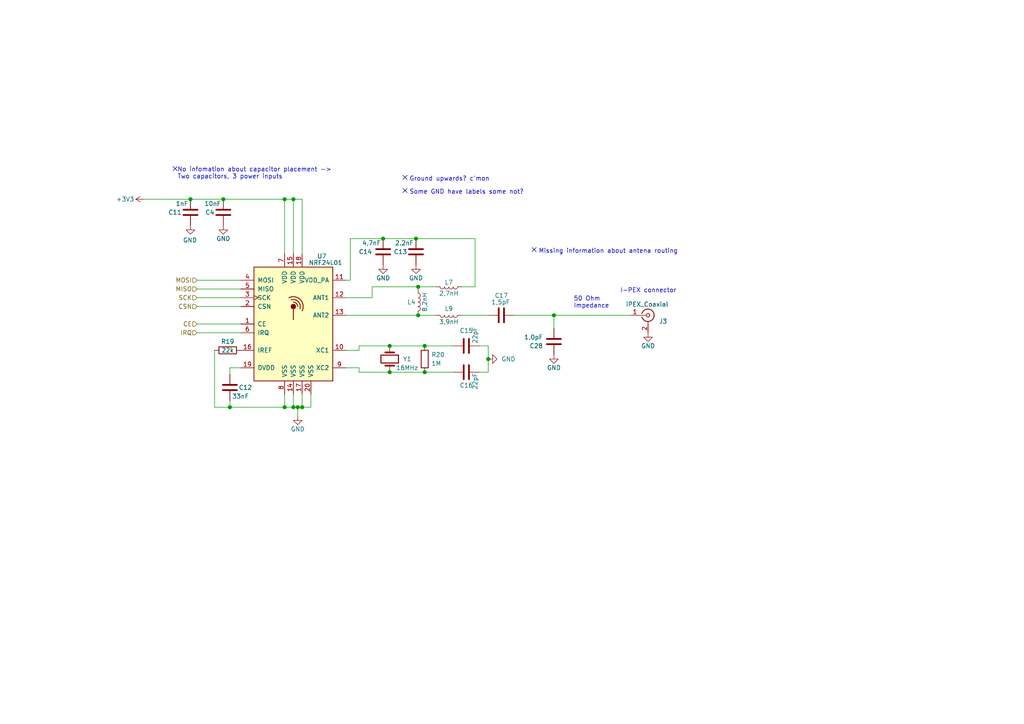
<source format=kicad_sch>
(kicad_sch (version 20210621) (generator eeschema)
  (paper "A4")
  (lib_symbols
    (symbol "Connector:Conn_Coaxial" (pin_names (offset 1.016) hide)
      (property "Reference" "J" (at 0.254 3.048 0))
      (property "Value" "Conn_Coaxial" (at 2.921 0 90))
      (symbol "Conn_Coaxial_0_1"
        (arc (start -1.778 0.508) (end 1.778 0) (radius (at -0.0508 0) (length 1.8034) (angles 163.6 0)) (stroke (width 0.254)))
        (arc (start 1.778 0) (end -1.778 -0.508) (radius (at -0.0254 0) (length 1.8034) (angles 0 -163.8)) (stroke (width 0.254)))
        (circle (center 0 0) (radius 0.508) (stroke (width 0.2032)))
        (polyline (pts (xy -2.54 0) (xy -0.508 0)))
        (polyline (pts (xy 0 -2.54) (xy 0 -1.778)))
      )
      (symbol "Conn_Coaxial_1_1"
        (pin passive line (at -5.08 0 0) (length 2.54) (name "In") (number "1"))
        (pin passive line (at 0 -5.08 90) (length 2.54) (name "Ext") (number "2"))
      )
    )
    (symbol "Device:C" (pin_numbers hide) (pin_names (offset 0.254))
      (property "Reference" "C" (at 0.635 2.54 0))
      (property "Value" "C" (at 0.635 -2.54 0))
      (symbol "C_0_1"
        (polyline (pts (xy -2.032 -0.762) (xy 2.032 -0.762)) (stroke (width 0.508)))
        (polyline (pts (xy -2.032 0.762) (xy 2.032 0.762)) (stroke (width 0.508)))
      )
      (symbol "C_1_1"
        (pin passive line (at 0 3.81 270) (length 2.794) (name "~") (number "1"))
        (pin passive line (at 0 -3.81 90) (length 2.794) (name "~") (number "2"))
      )
    )
    (symbol "Device:Crystal" (pin_numbers hide) (pin_names (offset 1.016) hide)
      (property "Reference" "Y" (at 0 3.81 0))
      (property "Value" "Crystal" (at 0 -3.81 0))
      (symbol "Crystal_0_1"
        (rectangle (start -1.143 2.54) (end 1.143 -2.54) (stroke (width 0.3048)))
        (polyline (pts (xy -2.54 0) (xy -1.905 0)))
        (polyline (pts (xy -1.905 -1.27) (xy -1.905 1.27)) (stroke (width 0.508)))
        (polyline (pts (xy 1.905 -1.27) (xy 1.905 1.27)) (stroke (width 0.508)))
        (polyline (pts (xy 2.54 0) (xy 1.905 0)))
      )
      (symbol "Crystal_1_1"
        (pin passive line (at -3.81 0 0) (length 1.27) (name "1") (number "1"))
        (pin passive line (at 3.81 0 180) (length 1.27) (name "2") (number "2"))
      )
    )
    (symbol "Device:L" (pin_numbers hide) (pin_names (offset 1.016) hide)
      (property "Reference" "L" (at -1.27 0 90))
      (property "Value" "L" (at 1.905 0 90))
      (symbol "L_0_1"
        (arc (start 0 -2.54) (end 0 -1.27) (radius (at 0 -1.905) (length 0.635) (angles -89.9 89.9)))
        (arc (start 0 -1.27) (end 0 0) (radius (at 0 -0.635) (length 0.635) (angles -89.9 89.9)))
        (arc (start 0 0) (end 0 1.27) (radius (at 0 0.635) (length 0.635) (angles -89.9 89.9)))
        (arc (start 0 1.27) (end 0 2.54) (radius (at 0 1.905) (length 0.635) (angles -89.9 89.9)))
      )
      (symbol "L_1_1"
        (pin passive line (at 0 3.81 270) (length 1.27) (name "1") (number "1"))
        (pin passive line (at 0 -3.81 90) (length 1.27) (name "2") (number "2"))
      )
    )
    (symbol "Device:R" (pin_numbers hide) (pin_names (offset 0))
      (property "Reference" "R" (at 2.032 0 90))
      (property "Value" "R" (at 0 0 90))
      (symbol "R_0_1"
        (rectangle (start -1.016 -2.54) (end 1.016 2.54) (stroke (width 0.254)))
      )
      (symbol "R_1_1"
        (pin passive line (at 0 3.81 270) (length 1.27) (name "~") (number "1"))
        (pin passive line (at 0 -3.81 90) (length 1.27) (name "~") (number "2"))
      )
    )
    (symbol "RF:NRF24L01" (pin_names (offset 1.016))
      (property "Reference" "U" (at -11.43 17.78 0))
      (property "Value" "NRF24L01" (at 5.08 17.78 0))
      (symbol "NRF24L01_0_1"
        (arc (start -1.27 7.62) (end 2.54 3.81) (radius (at 0 5.08) (length 2.8448) (angles 116.6 -26.6)) (stroke (width 0.254)))
        (arc (start 0 6.35) (end 1.27 5.08) (radius (at 0 5.1054) (length 1.2446) (angles 90 -1.1)) (stroke (width 0.254)))
        (arc (start -0.635 6.985) (end 1.905 4.445) (radius (at 0 5.1054) (length 1.9812) (angles 108.7 -19.1)) (stroke (width 0.254)))
        (circle (center 0 5.08) (radius 0.635) (stroke (width 0.254)) (fill (type outline)))
        (rectangle (start 11.43 -13.97) (end 11.43 -13.97))
        (rectangle (start -11.43 16.51) (end 11.43 -16.51) (stroke (width 0.254)) (fill (type background)))
        (polyline (pts (xy 0 4.445) (xy 0 1.27)) (stroke (width 0.254)))
      )
      (symbol "NRF24L01_1_1"
        (pin input line (at -15.24 0 0) (length 3.81) (name "CE") (number "1"))
        (pin passive line (at 15.24 -7.62 180) (length 3.81) (name "XC1") (number "10"))
        (pin power_out line (at 15.24 12.7 180) (length 3.81) (name "VDD_PA") (number "11"))
        (pin passive line (at 15.24 7.62 180) (length 3.81) (name "ANT1") (number "12"))
        (pin passive line (at 15.24 2.54 180) (length 3.81) (name "ANT2") (number "13"))
        (pin power_in line (at 0 -20.32 90) (length 3.81) (name "VSS") (number "14"))
        (pin power_in line (at 0 20.32 270) (length 3.81) (name "VDD") (number "15"))
        (pin passive line (at -15.24 -7.62 0) (length 3.81) (name "IREF") (number "16"))
        (pin power_in line (at 2.54 -20.32 90) (length 3.81) (name "VSS") (number "17"))
        (pin power_in line (at 2.54 20.32 270) (length 3.81) (name "VDD") (number "18"))
        (pin power_out line (at -15.24 -12.7 0) (length 3.81) (name "DVDD") (number "19"))
        (pin input line (at -15.24 5.08 0) (length 3.81) (name "CSN") (number "2"))
        (pin power_in line (at 5.08 -20.32 90) (length 3.81) (name "VSS") (number "20"))
        (pin input clock (at -15.24 7.62 0) (length 3.81) (name "SCK") (number "3"))
        (pin input line (at -15.24 12.7 0) (length 3.81) (name "MOSI") (number "4"))
        (pin output line (at -15.24 10.16 0) (length 3.81) (name "MISO") (number "5"))
        (pin output line (at -15.24 -2.54 0) (length 3.81) (name "IRQ") (number "6"))
        (pin power_in line (at -2.54 20.32 270) (length 3.81) (name "VDD") (number "7"))
        (pin power_in line (at -2.54 -20.32 90) (length 3.81) (name "VSS") (number "8"))
        (pin passive line (at 15.24 -12.7 180) (length 3.81) (name "XC2") (number "9"))
      )
    )
    (symbol "power:+3V3" (power) (pin_names (offset 0))
      (property "Value" "+3V3" (at 0 3.556 0))
      (symbol "+3V3_0_1"
        (polyline (pts (xy -0.762 1.27) (xy 0 2.54)))
        (polyline (pts (xy 0 0) (xy 0 2.54)))
        (polyline (pts (xy 0 2.54) (xy 0.762 1.27)))
      )
      (symbol "+3V3_1_1"
        (pin power_in line (at 0 0 90) (length 0) hide (name "+3V3") (number "1"))
      )
    )
    (symbol "power:GND" (power) (pin_names (offset 0))
      (property "Value" "GND" (at 0 -3.81 0))
      (symbol "GND_0_1"
        (polyline (pts (xy 0 0) (xy 0 -1.27) (xy 1.27 -1.27) (xy 0 -2.54) (xy -1.27 -1.27) (xy 0 -1.27)))
      )
      (symbol "GND_1_1"
        (pin power_in line (at 0 0 270) (length 0) hide (name "GND") (number "1"))
      )
    )
  )
  (junction (at 55.245 57.785) (diameter 1.016))
  (junction (at 64.77 57.785) (diameter 1.016))
  (junction (at 66.675 118.11) (diameter 1.016))
  (junction (at 82.55 57.785) (diameter 1.016))
  (junction (at 82.55 118.11) (diameter 1.016))
  (junction (at 85.09 57.785) (diameter 1.016))
  (junction (at 85.09 118.11) (diameter 1.016))
  (junction (at 86.36 118.11) (diameter 1.016))
  (junction (at 87.63 118.11) (diameter 1.016))
  (junction (at 111.125 69.215) (diameter 1.016))
  (junction (at 113.03 100.33) (diameter 1.016))
  (junction (at 113.03 107.95) (diameter 1.016))
  (junction (at 120.65 69.215) (diameter 1.016))
  (junction (at 121.285 83.185) (diameter 1.016))
  (junction (at 121.285 91.44) (diameter 1.016))
  (junction (at 123.19 100.33) (diameter 1.016))
  (junction (at 123.19 107.95) (diameter 1.016))
  (junction (at 141.605 104.14) (diameter 1.016))
  (junction (at 160.655 91.44) (diameter 1.016))
  (no_connect (at 50.8 48.895))
  (no_connect (at 117.475 51.435))
  (no_connect (at 117.475 55.245))
  (no_connect (at 154.94 72.39))
  (wire (pts (xy 41.91 57.785) (xy 55.245 57.785)))
  (wire (pts (xy 55.245 57.785) (xy 64.77 57.785)))
  (wire (pts (xy 57.15 81.28) (xy 69.85 81.28)))
  (wire (pts (xy 57.15 83.82) (xy 69.85 83.82)))
  (wire (pts (xy 57.15 86.36) (xy 69.85 86.36)))
  (wire (pts (xy 57.15 88.9) (xy 69.85 88.9)))
  (wire (pts (xy 57.15 93.98) (xy 69.85 93.98)))
  (wire (pts (xy 57.15 96.52) (xy 69.85 96.52)))
  (wire (pts (xy 62.23 118.11) (xy 62.23 101.6)))
  (wire (pts (xy 64.77 57.785) (xy 82.55 57.785)))
  (wire (pts (xy 66.675 106.68) (xy 69.85 106.68)))
  (wire (pts (xy 66.675 108.585) (xy 66.675 106.68)))
  (wire (pts (xy 66.675 116.205) (xy 66.675 118.11)))
  (wire (pts (xy 66.675 118.11) (xy 62.23 118.11)))
  (wire (pts (xy 66.675 118.11) (xy 82.55 118.11)))
  (wire (pts (xy 82.55 57.785) (xy 82.55 73.66)))
  (wire (pts (xy 82.55 57.785) (xy 85.09 57.785)))
  (wire (pts (xy 82.55 114.3) (xy 82.55 118.11)))
  (wire (pts (xy 82.55 118.11) (xy 85.09 118.11)))
  (wire (pts (xy 85.09 57.785) (xy 85.09 73.66)))
  (wire (pts (xy 85.09 57.785) (xy 87.63 57.785)))
  (wire (pts (xy 85.09 114.3) (xy 85.09 118.11)))
  (wire (pts (xy 85.09 118.11) (xy 86.36 118.11)))
  (wire (pts (xy 86.36 118.11) (xy 87.63 118.11)))
  (wire (pts (xy 86.36 120.65) (xy 86.36 118.11)))
  (wire (pts (xy 87.63 57.785) (xy 87.63 73.66)))
  (wire (pts (xy 87.63 114.3) (xy 87.63 118.11)))
  (wire (pts (xy 87.63 118.11) (xy 90.17 118.11)))
  (wire (pts (xy 90.17 118.11) (xy 90.17 114.3)))
  (wire (pts (xy 100.33 81.28) (xy 101.6 81.28)))
  (wire (pts (xy 100.33 86.36) (xy 107.95 86.36)))
  (wire (pts (xy 100.33 91.44) (xy 121.285 91.44)))
  (wire (pts (xy 101.6 69.215) (xy 101.6 81.28)))
  (wire (pts (xy 104.14 100.33) (xy 104.14 101.6)))
  (wire (pts (xy 104.14 100.33) (xy 113.03 100.33)))
  (wire (pts (xy 104.14 101.6) (xy 100.33 101.6)))
  (wire (pts (xy 104.14 106.68) (xy 100.33 106.68)))
  (wire (pts (xy 104.14 107.95) (xy 104.14 106.68)))
  (wire (pts (xy 104.14 107.95) (xy 113.03 107.95)))
  (wire (pts (xy 107.95 83.185) (xy 121.285 83.185)))
  (wire (pts (xy 107.95 86.36) (xy 107.95 83.185)))
  (wire (pts (xy 111.125 69.215) (xy 101.6 69.215)))
  (wire (pts (xy 120.65 69.215) (xy 111.125 69.215)))
  (wire (pts (xy 121.285 83.185) (xy 121.285 83.82)))
  (wire (pts (xy 121.285 91.44) (xy 126.365 91.44)))
  (wire (pts (xy 123.19 100.33) (xy 113.03 100.33)))
  (wire (pts (xy 123.19 100.33) (xy 131.445 100.33)))
  (wire (pts (xy 123.19 107.95) (xy 113.03 107.95)))
  (wire (pts (xy 123.19 107.95) (xy 131.445 107.95)))
  (wire (pts (xy 126.365 83.185) (xy 121.285 83.185)))
  (wire (pts (xy 133.985 83.185) (xy 137.795 83.185)))
  (wire (pts (xy 133.985 91.44) (xy 141.605 91.44)))
  (wire (pts (xy 137.795 69.215) (xy 120.65 69.215)))
  (wire (pts (xy 137.795 69.215) (xy 137.795 83.185)))
  (wire (pts (xy 139.065 100.33) (xy 141.605 100.33)))
  (wire (pts (xy 141.605 100.33) (xy 141.605 104.14)))
  (wire (pts (xy 141.605 104.14) (xy 141.605 107.95)))
  (wire (pts (xy 141.605 107.95) (xy 139.065 107.95)))
  (wire (pts (xy 149.225 91.44) (xy 160.655 91.44)))
  (wire (pts (xy 160.655 91.44) (xy 160.655 95.25)))
  (wire (pts (xy 160.655 91.44) (xy 182.88 91.44)))
  (text "No infomation about capacitor placement ->\nTwo capacitors, 3 power inputs\n" (at 51.435 52.07 0) (effects (font (size 1.27 1.27)) (justify left bottom)))
  (text "Ground upwards? c'mon" (at 118.745 52.705 0) (effects (font (size 1.27 1.27)) (justify left bottom)))
  (text "Some GND have labels some not?" (at 118.745 56.515 0) (effects (font (size 1.27 1.27)) (justify left bottom)))
  (text "Missing information about antena routing" (at 156.21 73.66 0) (effects (font (size 1.27 1.27)) (justify left bottom)))
  (text "50 Ohm\nImpedance" (at 166.37 89.535 0) (effects (font (size 1.27 1.27)) (justify left bottom)))
  (text "I-PEX connector\n" (at 196.215 85.09 180) (effects (font (size 1.27 1.27)) (justify right bottom)))
  (hierarchical_label "MOSI" (shape input) (at 57.15 81.28 180))
  (hierarchical_label "MISO" (shape input) (at 57.15 83.82 180))
  (hierarchical_label "SCK" (shape input) (at 57.15 86.36 180))
  (hierarchical_label "CSN" (shape input) (at 57.15 88.9 180))
  (hierarchical_label "CE" (shape input) (at 57.15 93.98 180))
  (hierarchical_label "IRQ" (shape input) (at 57.15 96.52 180))
  (symbol (lib_id "power:+3V3") (at 41.91 57.785 90) (unit 1)
    (property "Reference" "#PWR0153" (effects hide))
    (property "Value" "+3V3" (at 33.655 57.7849 90) (effects (justify right)))
  )
  (symbol (lib_id "power:GND") (at 55.245 65.405 0) (unit 1)
    (property "Reference" "#PWR0154" (effects hide))
    (property "Value" "GND" (at 57.15 69.6596 0) (effects (justify right)))
  )
  (symbol (lib_id "power:GND") (at 64.77 65.405 0) (unit 1)
    (property "Reference" "#PWR0110" (effects hide))
    (property "Value" "GND" (at 64.77 69.215 0))
  )
  (symbol (lib_id "power:GND") (at 86.36 120.65 0) (unit 1)
    (property "Reference" "#PWR0109" (effects hide))
    (property "Value" "GND" (at 86.36 124.46 0))
  )
  (symbol (lib_id "power:GND") (at 111.125 76.835 0) (unit 1)
    (property "Reference" "#PWR0155" (effects hide))
    (property "Value" "GND" (at 111.125 80.645 0))
  )
  (symbol (lib_id "power:GND") (at 120.65 76.835 0) (unit 1)
    (property "Reference" "#PWR0115" (effects hide))
    (property "Value" "GND" (at 120.65 80.645 0))
  )
  (symbol (lib_id "power:GND") (at 141.605 104.14 90) (unit 1)
    (property "Reference" "#PWR0113" (effects hide))
    (property "Value" "GND" (at 145.415 104.1399 90) (effects (justify right)))
  )
  (symbol (lib_id "power:GND") (at 160.655 102.87 0) (unit 1)
    (property "Reference" "#PWR0156" (effects hide))
    (property "Value" "GND" (at 160.655 106.68 0))
  )
  (symbol (lib_id "power:GND") (at 187.96 96.52 0) (unit 1)
    (property "Reference" "#PWR0143" (effects hide))
    (property "Value" "~" (at 187.96 100.33 0))
  )
  (symbol (lib_id "Device:L") (at 121.285 87.63 0) (unit 1)
    (property "Reference" "L4" (at 118.11 87.6299 0) (effects (justify left)))
    (property "Value" "8,2nH" (at 123.19 87.63 90))
  )
  (symbol (lib_id "Device:L") (at 130.175 83.185 270) (unit 1)
    (property "Reference" "L7" (at 130.175 81.915 90))
    (property "Value" "2,7nH" (at 130.175 85.09 90))
  )
  (symbol (lib_id "Device:L") (at 130.175 91.44 270) (unit 1)
    (property "Reference" "L9" (at 130.175 89.535 90))
    (property "Value" "3,9nH" (at 130.175 93.345 90))
  )
  (symbol (lib_id "Device:R") (at 66.04 101.6 90) (unit 1)
    (property "Reference" "R19" (at 66.04 99.06 90))
    (property "Value" "22k" (at 66.04 101.6 90))
    (property "Footprint" "Resistor_SMD:R_0603_1608Metric" (effects hide))
  )
  (symbol (lib_id "Device:R") (at 123.19 104.14 0) (unit 1)
    (property "Reference" "R20" (at 125.095 102.8699 0) (effects (justify left)))
    (property "Value" "1M" (at 125.095 105.4099 0) (effects (justify left)))
    (property "Footprint" "Resistor_SMD:R_0603_1608Metric" (effects hide))
  )
  (symbol (lib_id "Device:C") (at 55.245 61.595 180) (unit 1)
    (property "Reference" "C11" (at 52.705 61.5951 0) (effects (justify left)))
    (property "Value" "1nF" (at 54.61 59.055 0) (effects (justify left)))
    (property "Footprint" "Capacitor_SMD:C_0603_1608Metric" (effects hide))
  )
  (symbol (lib_id "Device:C") (at 64.77 61.595 180) (unit 1)
    (property "Reference" "C4" (at 62.23 61.5951 0) (effects (justify left)))
    (property "Value" "10nF" (at 64.135 59.055 0) (effects (justify left)))
    (property "Footprint" "Capacitor_SMD:C_0603_1608Metric" (effects hide))
  )
  (symbol (lib_id "Device:C") (at 66.675 112.395 0) (unit 1)
    (property "Reference" "C12" (at 69.215 112.3949 0) (effects (justify left)))
    (property "Value" "33nF" (at 67.31 114.935 0) (effects (justify left)))
    (property "Footprint" "Capacitor_SMD:C_0603_1608Metric" (effects hide))
  )
  (symbol (lib_id "Device:C") (at 111.125 73.025 180) (unit 1)
    (property "Reference" "C14" (at 107.95 73.0251 0) (effects (justify left)))
    (property "Value" "4,7nF" (at 110.49 70.485 0) (effects (justify left)))
    (property "Footprint" "Capacitor_SMD:C_0603_1608Metric" (effects hide))
  )
  (symbol (lib_id "Device:C") (at 120.65 73.025 180) (unit 1)
    (property "Reference" "C13" (at 118.11 73.0251 0) (effects (justify left)))
    (property "Value" "2.2nF" (at 120.015 70.485 0) (effects (justify left)))
    (property "Footprint" "Capacitor_SMD:C_0603_1608Metric" (effects hide))
  )
  (symbol (lib_id "Device:C") (at 135.255 100.33 90) (unit 1)
    (property "Reference" "C15" (at 135.255 95.885 90))
    (property "Value" "22pF" (at 137.795 99.695 0) (effects (justify left)))
    (property "Footprint" "Capacitor_SMD:C_0603_1608Metric" (effects hide))
  )
  (symbol (lib_id "Device:C") (at 135.255 107.95 90) (unit 1)
    (property "Reference" "C16" (at 135.255 111.76 90))
    (property "Value" "22pF" (at 137.795 113.03 0) (effects (justify left)))
    (property "Footprint" "Capacitor_SMD:C_0603_1608Metric" (effects hide))
  )
  (symbol (lib_id "Device:C") (at 145.415 91.44 90) (unit 1)
    (property "Reference" "C17" (at 145.415 85.725 90))
    (property "Value" "1,5pF" (at 147.955 87.63 90) (effects (justify left)))
    (property "Footprint" "Capacitor_SMD:C_0603_1608Metric" (effects hide))
  )
  (symbol (lib_id "Device:C") (at 160.655 99.06 0) (unit 1)
    (property "Reference" "C28" (at 157.48 100.3301 0) (effects (justify right)))
    (property "Value" "1,0pF" (at 157.48 97.7901 0) (effects (justify right)))
    (property "Footprint" "Capacitor_SMD:C_0603_1608Metric" (effects hide))
  )
  (symbol (lib_id "Device:Crystal") (at 113.03 104.14 90) (unit 1)
    (property "Reference" "Y1" (at 116.84 104.1399 90) (effects (justify right)))
    (property "Value" "16MHz" (at 118.11 106.68 90))
  )
  (symbol (lib_id "Connector:Conn_Coaxial") (at 187.96 91.44 0) (unit 1)
    (property "Reference" "J3" (at 191.135 93.2054 0) (effects (justify left)))
    (property "Value" "iPEX_Coaxial" (at 187.706 88.265 0))
    (property "Datasheet" " ~" (effects hide))
  )
  (symbol (lib_id "RF:NRF24L01") (at 85.09 93.98 0) (unit 1)
    (property "Reference" "U7" (at 93.345 74.295 0))
    (property "Value" "NRF24L01" (at 89.535 76.2 0) (effects (justify left)))
    (property "Footprint" "Package_DFN_QFN:QFN-20-1EP_4x4mm_P0.5mm_EP2.5x2.5mm" (effects hide))
    (property "Datasheet" "http://www.nordicsemi.com/eng/content/download/2730/34105/file/nRF24L01_Product_Specification_v2_0.pdf" (effects hide))
  )
)
</source>
